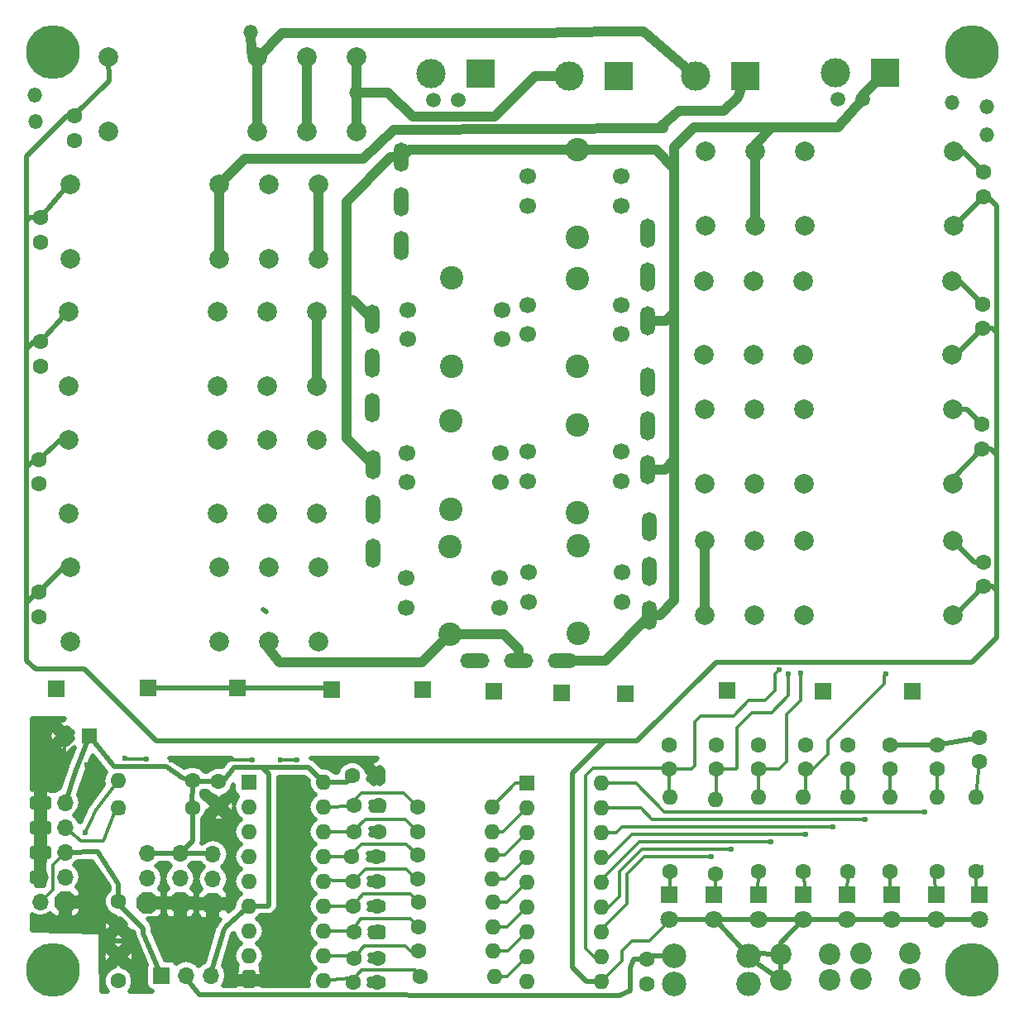
<source format=gbr>
G04 #@! TF.FileFunction,Copper,L2,Bot,Signal*
%FSLAX46Y46*%
G04 Gerber Fmt 4.6, Leading zero omitted, Abs format (unit mm)*
G04 Created by KiCad (PCBNEW 4.0.7) date 03/27/19 22:33:49*
%MOMM*%
%LPD*%
G01*
G04 APERTURE LIST*
%ADD10C,0.100000*%
%ADD11R,1.700000X1.700000*%
%ADD12O,1.700000X1.700000*%
%ADD13C,1.500000*%
%ADD14R,3.000000X3.000000*%
%ADD15C,3.000000*%
%ADD16R,1.600000X1.600000*%
%ADD17O,1.600000X1.600000*%
%ADD18C,2.500000*%
%ADD19O,2.500000X2.500000*%
%ADD20R,1.800000X1.800000*%
%ADD21C,1.800000*%
%ADD22C,1.600000*%
%ADD23C,5.500000*%
%ADD24O,1.500000X3.000000*%
%ADD25O,3.000000X1.500000*%
%ADD26C,2.200000*%
%ADD27C,2.000000*%
%ADD28C,1.700000*%
%ADD29C,2.400000*%
%ADD30O,1.500000X1.500000*%
%ADD31C,0.600000*%
%ADD32C,0.500000*%
%ADD33C,0.350000*%
%ADD34C,1.000000*%
G04 APERTURE END LIST*
D10*
D11*
X54203600Y-140035280D03*
D12*
X51663600Y-140035280D03*
X54203600Y-137495280D03*
X51663600Y-137495280D03*
X54203600Y-134955280D03*
X51663600Y-134955280D03*
X54203600Y-132415280D03*
X51663600Y-132415280D03*
X54203600Y-129875280D03*
X51663600Y-129875280D03*
D13*
X135890000Y-57846000D03*
X133350000Y-57846000D03*
D14*
X138176000Y-55118000D03*
D15*
X133096000Y-55118000D03*
D16*
X73025000Y-127762000D03*
D17*
X80645000Y-148082000D03*
X73025000Y-130302000D03*
X80645000Y-145542000D03*
X73025000Y-132842000D03*
X80645000Y-143002000D03*
X73025000Y-135382000D03*
X80645000Y-140462000D03*
X73025000Y-137922000D03*
X80645000Y-137922000D03*
X73025000Y-140462000D03*
X80645000Y-135382000D03*
X73025000Y-143002000D03*
X80645000Y-132842000D03*
X73025000Y-145542000D03*
X80645000Y-130302000D03*
X73025000Y-148082000D03*
X80645000Y-127762000D03*
D18*
X116586000Y-145542000D03*
D19*
X124206000Y-145542000D03*
D20*
X138811000Y-139319000D03*
D21*
X138811000Y-141859000D03*
D22*
X67259200Y-127609600D03*
D17*
X59639200Y-127609600D03*
D20*
X125222000Y-139319000D03*
D21*
X125222000Y-141859000D03*
D22*
X143510000Y-136906000D03*
D17*
X143510000Y-129286000D03*
D20*
X120650000Y-139319000D03*
D21*
X120650000Y-141859000D03*
D16*
X101473000Y-127889000D03*
D17*
X109093000Y-148209000D03*
X101473000Y-130429000D03*
X109093000Y-145669000D03*
X101473000Y-132969000D03*
X109093000Y-143129000D03*
X101473000Y-135509000D03*
X109093000Y-140589000D03*
X101473000Y-138049000D03*
X109093000Y-138049000D03*
X101473000Y-140589000D03*
X109093000Y-135509000D03*
X101473000Y-143129000D03*
X109093000Y-132969000D03*
X101473000Y-145669000D03*
X109093000Y-130429000D03*
X101473000Y-148209000D03*
X109093000Y-127889000D03*
D22*
X116078000Y-123952000D03*
X116078000Y-126452000D03*
X120904000Y-123952000D03*
X120904000Y-126452000D03*
X125222000Y-123952000D03*
X125222000Y-126452000D03*
X130048000Y-123952000D03*
X130048000Y-126452000D03*
X134366000Y-123952000D03*
X134366000Y-126452000D03*
X138684000Y-123952000D03*
X138684000Y-126452000D03*
X143510000Y-123952000D03*
X143510000Y-126452000D03*
X147828000Y-123190000D03*
X147828000Y-125690000D03*
X69926200Y-130225800D03*
X69926200Y-127725800D03*
D11*
X69342000Y-140258800D03*
D12*
X69342000Y-137718800D03*
X69342000Y-135178800D03*
D11*
X65963800Y-140182600D03*
D12*
X65963800Y-137642600D03*
X65963800Y-135102600D03*
D11*
X62611000Y-140182600D03*
D12*
X62611000Y-137642600D03*
X62611000Y-135102600D03*
D22*
X67259200Y-130378200D03*
D17*
X59639200Y-130378200D03*
D23*
X53000000Y-53000000D03*
X53000000Y-147000000D03*
X147002500Y-147002500D03*
D20*
X129794000Y-139319000D03*
D21*
X129794000Y-141859000D03*
D20*
X134239000Y-139319000D03*
D21*
X134239000Y-141859000D03*
D20*
X143383000Y-139319000D03*
D21*
X143383000Y-141859000D03*
D20*
X147828000Y-139319000D03*
D21*
X147828000Y-141859000D03*
D22*
X116141500Y-136969500D03*
D17*
X116141500Y-129349500D03*
D22*
X120777000Y-137160000D03*
D17*
X120777000Y-129540000D03*
D22*
X125222000Y-136906000D03*
D17*
X125222000Y-129286000D03*
D22*
X129794000Y-136906000D03*
D17*
X129794000Y-129286000D03*
D22*
X134366000Y-136906000D03*
D17*
X134366000Y-129286000D03*
D22*
X138684000Y-136906000D03*
D17*
X138684000Y-129286000D03*
D22*
X147447000Y-136906000D03*
D17*
X147447000Y-129286000D03*
D22*
X86106000Y-127152400D03*
X83606000Y-127152400D03*
D24*
X88646000Y-68326000D03*
X88646000Y-63826000D03*
X88646000Y-72826000D03*
X85661500Y-84899500D03*
X85661500Y-80399500D03*
X85661500Y-89399500D03*
X85725000Y-99822000D03*
X85725000Y-95322000D03*
X85725000Y-104322000D03*
X114046000Y-106172000D03*
X114046000Y-110672000D03*
X114046000Y-101672000D03*
X113880000Y-91310000D03*
X113880000Y-95810000D03*
X113880000Y-86810000D03*
X113875000Y-76050000D03*
X113875000Y-80550000D03*
X113875000Y-71550000D03*
D25*
X100647500Y-115316000D03*
X105147500Y-115316000D03*
X96147500Y-115316000D03*
D11*
X140970000Y-118491000D03*
X111569500Y-118745000D03*
X90805000Y-118300500D03*
X98107500Y-118491000D03*
X53340000Y-118237000D03*
X81470500Y-118300500D03*
X105029000Y-118681500D03*
X62674500Y-118173500D03*
X71818500Y-118173500D03*
X121983500Y-118364000D03*
X131826000Y-118491000D03*
D22*
X90297000Y-130302000D03*
D17*
X97917000Y-130302000D03*
D22*
X90297000Y-132842000D03*
D17*
X97917000Y-132842000D03*
D22*
X90297000Y-135255000D03*
D17*
X97917000Y-135255000D03*
D22*
X90297000Y-137668000D03*
D17*
X97917000Y-137668000D03*
D22*
X90424000Y-140081000D03*
D17*
X98044000Y-140081000D03*
D22*
X90424000Y-142621000D03*
D17*
X98044000Y-142621000D03*
D22*
X90424000Y-145034000D03*
D17*
X98044000Y-145034000D03*
D22*
X90551000Y-147701000D03*
D17*
X98171000Y-147701000D03*
D20*
X116078000Y-139319000D03*
D21*
X116078000Y-141859000D03*
D22*
X83820000Y-130175000D03*
X86320000Y-130175000D03*
X83820000Y-132842000D03*
X86320000Y-132842000D03*
X83566000Y-135382000D03*
X86066000Y-135382000D03*
X83693000Y-137922000D03*
X86193000Y-137922000D03*
X83693000Y-140525500D03*
X86193000Y-140525500D03*
X83756500Y-143129000D03*
X86256500Y-143129000D03*
X83756500Y-145796000D03*
X86256500Y-145796000D03*
X83693000Y-148272500D03*
X86193000Y-148272500D03*
D18*
X116586000Y-148463000D03*
D19*
X124206000Y-148463000D03*
D22*
X59664600Y-148132800D03*
X59664600Y-145632800D03*
X59690000Y-142494000D03*
X59690000Y-139994000D03*
X55181500Y-59563000D03*
X55181500Y-62063000D03*
X51689000Y-82677000D03*
X51689000Y-85177000D03*
X51562000Y-94742000D03*
X51562000Y-97242000D03*
X51562000Y-108331000D03*
X51562000Y-110831000D03*
X51689000Y-69977000D03*
X51689000Y-72477000D03*
X148209000Y-107759500D03*
X148209000Y-105259500D03*
X148082000Y-93662500D03*
X148082000Y-91162500D03*
X148145500Y-81343500D03*
X148145500Y-78843500D03*
X148209000Y-67818000D03*
X148209000Y-65318000D03*
D16*
X56657240Y-123027440D03*
D22*
X54157240Y-123027440D03*
D26*
X127508000Y-148005800D03*
X132508000Y-148005800D03*
X140665200Y-147980400D03*
X135665200Y-147980400D03*
D11*
X64068960Y-147579080D03*
D12*
X66608960Y-147579080D03*
X69148960Y-147579080D03*
D22*
X113792000Y-148437600D03*
X113792000Y-145937600D03*
D26*
X127467360Y-145409920D03*
X132467360Y-145409920D03*
X140655040Y-145348960D03*
X135655040Y-145348960D03*
D23*
X147000000Y-53000000D03*
D27*
X145125000Y-70800000D03*
X129885000Y-70800000D03*
X119725000Y-70800000D03*
X124805000Y-70800000D03*
X145125000Y-63200000D03*
X124805000Y-63200000D03*
X129885000Y-63200000D03*
X119725000Y-63200000D03*
X145000000Y-84050000D03*
X129760000Y-84050000D03*
X119600000Y-84050000D03*
X124680000Y-84050000D03*
X145000000Y-76450000D03*
X124680000Y-76450000D03*
X129760000Y-76450000D03*
X119600000Y-76450000D03*
X145050000Y-97225000D03*
X129810000Y-97225000D03*
X119650000Y-97225000D03*
X124730000Y-97225000D03*
X145050000Y-89625000D03*
X124730000Y-89625000D03*
X129810000Y-89625000D03*
X119650000Y-89625000D03*
X145050000Y-110650000D03*
X129810000Y-110650000D03*
X119650000Y-110650000D03*
X124730000Y-110650000D03*
X145050000Y-103050000D03*
X124730000Y-103050000D03*
X129810000Y-103050000D03*
X119650000Y-103050000D03*
X54706500Y-105801000D03*
X69946500Y-105801000D03*
X80106500Y-105801000D03*
X75026500Y-105801000D03*
X54706500Y-113401000D03*
X75026500Y-113401000D03*
X69946500Y-113401000D03*
X80106500Y-113401000D03*
X54597280Y-92704760D03*
X69837280Y-92704760D03*
X79997280Y-92704760D03*
X74917280Y-92704760D03*
X54597280Y-100304760D03*
X74917280Y-100304760D03*
X69837280Y-100304760D03*
X79997280Y-100304760D03*
X54597280Y-79628840D03*
X69837280Y-79628840D03*
X79997280Y-79628840D03*
X74917280Y-79628840D03*
X54597280Y-87228840D03*
X74917280Y-87228840D03*
X69837280Y-87228840D03*
X79997280Y-87228840D03*
X54764920Y-66608800D03*
X70004920Y-66608800D03*
X80164920Y-66608800D03*
X75084920Y-66608800D03*
X54764920Y-74208800D03*
X75084920Y-74208800D03*
X70004920Y-74208800D03*
X80164920Y-74208800D03*
X58676520Y-53532880D03*
X73916520Y-53532880D03*
X84076520Y-53532880D03*
X78996520Y-53532880D03*
X58676520Y-61132880D03*
X78996520Y-61132880D03*
X73916520Y-61132880D03*
X84076520Y-61132880D03*
D28*
X89208000Y-94079000D03*
X89208000Y-97079000D03*
X98811000Y-94079000D03*
X98811000Y-97079000D03*
D29*
X93700000Y-90825000D03*
X93700000Y-99825000D03*
D28*
X89107000Y-106902500D03*
X89107000Y-109902500D03*
X98710000Y-106902500D03*
X98710000Y-109902500D03*
D29*
X93599000Y-103648500D03*
X93599000Y-112648500D03*
D28*
X111235500Y-109315000D03*
X111235500Y-106315000D03*
X101632500Y-109315000D03*
X101632500Y-106315000D03*
D29*
X106743500Y-112569000D03*
X106743500Y-103569000D03*
D28*
X111167000Y-96946000D03*
X111167000Y-93946000D03*
X101564000Y-96946000D03*
X101564000Y-93946000D03*
D29*
X106675000Y-100200000D03*
X106675000Y-91200000D03*
D28*
X111167000Y-68771000D03*
X111167000Y-65771000D03*
X101564000Y-68771000D03*
X101564000Y-65771000D03*
D29*
X106675000Y-72025000D03*
X106675000Y-63025000D03*
D28*
X111167000Y-81946000D03*
X111167000Y-78946000D03*
X101564000Y-81946000D03*
X101564000Y-78946000D03*
D29*
X106675000Y-85200000D03*
X106675000Y-76200000D03*
D28*
X89308000Y-79429000D03*
X89308000Y-82429000D03*
X98911000Y-79429000D03*
X98911000Y-82429000D03*
D29*
X93800000Y-76175000D03*
X93800000Y-85175000D03*
D30*
X73190100Y-50965100D03*
X145034000Y-58166000D03*
X148590000Y-58582560D03*
X148549360Y-61488320D03*
X51142900Y-57416700D03*
X51206400Y-60185300D03*
X84074000Y-57150000D03*
D13*
X94488000Y-57973000D03*
X91948000Y-57973000D03*
D14*
X96774000Y-55245000D03*
D15*
X91694000Y-55245000D03*
D14*
X110871000Y-55499000D03*
D15*
X105791000Y-55499000D03*
D14*
X123825000Y-55499000D03*
D15*
X118745000Y-55499000D03*
D31*
X76454000Y-147637500D03*
X76136500Y-146304000D03*
X76073000Y-144145000D03*
X76136500Y-141478000D03*
X76581000Y-139001500D03*
X76771500Y-137477500D03*
X76644500Y-135128000D03*
X76962000Y-132588000D03*
X76708000Y-129984500D03*
X76771500Y-127635000D03*
X77914500Y-125476000D03*
X76263500Y-125476000D03*
X73406000Y-125476000D03*
X70485000Y-125476000D03*
X67246500Y-125539500D03*
X65087500Y-125476000D03*
X62547500Y-125412500D03*
X60325000Y-125349000D03*
X57848500Y-126174500D03*
X56451500Y-125984000D03*
X54610000Y-125222000D03*
X58039000Y-144907000D03*
X57975500Y-143700500D03*
X56959500Y-142748000D03*
X55181500Y-142303500D03*
X51689000Y-128143000D03*
X51752500Y-126555500D03*
X51752500Y-124650500D03*
X51879500Y-123190000D03*
X127317500Y-116268500D03*
X128270000Y-116713000D03*
X120396000Y-135382000D03*
X129476500Y-116649500D03*
X122428000Y-134620000D03*
X138239500Y-116713000D03*
X126492000Y-133858000D03*
X130048000Y-133096000D03*
X132842000Y-132334000D03*
X136144000Y-131572000D03*
X142240000Y-130810000D03*
X56261000Y-132918200D03*
D32*
X74461600Y-110083600D02*
X74772000Y-110394000D01*
D33*
X74461600Y-110083600D02*
X74772000Y-110394000D01*
D34*
X78996520Y-53532880D02*
X78996520Y-61132880D01*
X75026500Y-113401000D02*
X75026500Y-114202500D01*
X75026500Y-114202500D02*
X76200000Y-115506500D01*
X76200000Y-115506500D02*
X90741000Y-115506500D01*
X90741000Y-115506500D02*
X93599000Y-112648500D01*
X93599000Y-112648500D02*
X99123000Y-112648500D01*
X100647500Y-114173000D02*
X100647500Y-115316000D01*
X99123000Y-112648500D02*
X100647500Y-114173000D01*
X119650000Y-103050000D02*
X119650000Y-110650000D01*
X79997280Y-79628840D02*
X79997280Y-87228840D01*
X80164920Y-66608800D02*
X80164920Y-66386300D01*
X80164920Y-66608800D02*
X80164920Y-74208800D01*
X115316003Y-60833631D02*
X115316003Y-60578997D01*
X123063000Y-57658000D02*
X123825000Y-55499000D01*
X121666000Y-59055000D02*
X123063000Y-57658000D01*
X117094000Y-59055000D02*
X121666000Y-59055000D01*
X115316003Y-60578997D02*
X117094000Y-59055000D01*
X115443000Y-60833000D02*
X115316003Y-60833631D01*
X115316003Y-60833631D02*
X87882613Y-60969962D01*
X70004920Y-66608800D02*
X70004920Y-74208800D01*
X72631120Y-63982600D02*
X70004920Y-66608800D01*
X84709000Y-63982600D02*
X72631120Y-63982600D01*
X87882613Y-60969962D02*
X84709000Y-63982600D01*
X123190000Y-55118000D02*
X123190000Y-55560000D01*
D33*
X76454000Y-146621500D02*
X76454000Y-147637500D01*
X76136500Y-146304000D02*
X76454000Y-146621500D01*
X76073000Y-141541500D02*
X76073000Y-144145000D01*
X76136500Y-141478000D02*
X76073000Y-141541500D01*
X76581000Y-137668000D02*
X76581000Y-139001500D01*
X76771500Y-137477500D02*
X76581000Y-137668000D01*
X76644500Y-132905500D02*
X76644500Y-135128000D01*
X76962000Y-132588000D02*
X76644500Y-132905500D01*
X76708000Y-127698500D02*
X76708000Y-129984500D01*
X76771500Y-127635000D02*
X76708000Y-127698500D01*
X54157240Y-123027440D02*
X54157240Y-124769240D01*
X76263500Y-125476000D02*
X77914500Y-125476000D01*
X70485000Y-125476000D02*
X73406000Y-125476000D01*
X65151000Y-125539500D02*
X67246500Y-125539500D01*
X65087500Y-125476000D02*
X65151000Y-125539500D01*
X60388500Y-125412500D02*
X62547500Y-125412500D01*
X60325000Y-125349000D02*
X60388500Y-125412500D01*
X56642000Y-126174500D02*
X57848500Y-126174500D01*
X56451500Y-125984000D02*
X56642000Y-126174500D01*
X54157240Y-124769240D02*
X54610000Y-125222000D01*
X58039000Y-143764000D02*
X58039000Y-144907000D01*
X57975500Y-143700500D02*
X58039000Y-143764000D01*
X55626000Y-142748000D02*
X56959500Y-142748000D01*
X55181500Y-142303500D02*
X55626000Y-142748000D01*
X51689000Y-126619000D02*
X51689000Y-128143000D01*
X51752500Y-126555500D02*
X51689000Y-126619000D01*
X51752500Y-123317000D02*
X51752500Y-124650500D01*
X51879500Y-123190000D02*
X51752500Y-123317000D01*
X116078000Y-126452000D02*
X118324000Y-126452000D01*
X126873000Y-116713000D02*
X127317500Y-116268500D01*
X126873000Y-118427500D02*
X126873000Y-116713000D01*
X125857000Y-119443500D02*
X126873000Y-118427500D01*
X124206000Y-119443500D02*
X125857000Y-119443500D01*
X122618500Y-121031000D02*
X124206000Y-119443500D01*
X119253000Y-121031000D02*
X122618500Y-121031000D01*
X118681500Y-121602500D02*
X119253000Y-121031000D01*
X118681500Y-126094500D02*
X118681500Y-121602500D01*
X118324000Y-126452000D02*
X118681500Y-126094500D01*
D32*
X145125000Y-63200000D02*
X146091000Y-63200000D01*
X146091000Y-63200000D02*
X148209000Y-65318000D01*
D33*
X109093000Y-145669000D02*
X108369100Y-145669000D01*
X108369100Y-145669000D02*
X107480100Y-144780000D01*
X108242100Y-126377700D02*
X116003700Y-126377700D01*
X107480100Y-127139700D02*
X108242100Y-126377700D01*
X107480100Y-144780000D02*
X107480100Y-127139700D01*
X116003700Y-126377700D02*
X116078000Y-126452000D01*
X116078000Y-126452000D02*
X116078000Y-129286000D01*
X116078000Y-129286000D02*
X116141500Y-129349500D01*
X120904000Y-126452000D02*
X122896000Y-126452000D01*
X128270000Y-118935500D02*
X128270000Y-116713000D01*
X126555500Y-120650000D02*
X128270000Y-118935500D01*
X124523500Y-120650000D02*
X126555500Y-120650000D01*
X122999500Y-122174000D02*
X124523500Y-120650000D01*
X122999500Y-126348500D02*
X122999500Y-122174000D01*
X122896000Y-126452000D02*
X122999500Y-126348500D01*
D32*
X145000000Y-76450000D02*
X145752000Y-76450000D01*
X145752000Y-76450000D02*
X148145500Y-78843500D01*
D33*
X109093000Y-143129000D02*
X109093000Y-142875000D01*
X109093000Y-142875000D02*
X111760000Y-140208000D01*
X111760000Y-140208000D02*
X111760000Y-137160000D01*
X111760000Y-137160000D02*
X113538000Y-135382000D01*
X113538000Y-135382000D02*
X120396000Y-135382000D01*
X120904000Y-126452000D02*
X120904000Y-129413000D01*
X120904000Y-129413000D02*
X120777000Y-129540000D01*
X125222000Y-126452000D02*
X127294000Y-126452000D01*
X129476500Y-119443500D02*
X129476500Y-116649500D01*
X128079500Y-120840500D02*
X129476500Y-119443500D01*
X128079500Y-125666500D02*
X128079500Y-120840500D01*
X127294000Y-126452000D02*
X128079500Y-125666500D01*
D32*
X145050000Y-89625000D02*
X146544500Y-89625000D01*
X146544500Y-89625000D02*
X148082000Y-91162500D01*
D33*
X109093000Y-140589000D02*
X109855000Y-140589000D01*
X109855000Y-140589000D02*
X110998000Y-139446000D01*
X113284000Y-134620000D02*
X122428000Y-134620000D01*
X110998000Y-136906000D02*
X113284000Y-134620000D01*
X110998000Y-139446000D02*
X110998000Y-136906000D01*
X125222000Y-126452000D02*
X125222000Y-129286000D01*
X109093000Y-140589000D02*
X109093000Y-140081000D01*
X130048000Y-126452000D02*
X130786500Y-126452000D01*
X130786500Y-126452000D02*
X132334000Y-124904500D01*
X138049000Y-116903500D02*
X138239500Y-116713000D01*
X138049000Y-117729000D02*
X138049000Y-116903500D01*
X132334000Y-123444000D02*
X138049000Y-117729000D01*
X132334000Y-124904500D02*
X132334000Y-123444000D01*
D32*
X148209000Y-105259500D02*
X147259500Y-105259500D01*
X147259500Y-105259500D02*
X145050000Y-103050000D01*
D33*
X109093000Y-138049000D02*
X109093000Y-137795000D01*
X109093000Y-137795000D02*
X113030000Y-133858000D01*
X113030000Y-133858000D02*
X126492000Y-133858000D01*
X130048000Y-126452000D02*
X130048000Y-129032000D01*
X130048000Y-129032000D02*
X129794000Y-129286000D01*
X109093000Y-135509000D02*
X109855000Y-135509000D01*
X109855000Y-135509000D02*
X112268000Y-133096000D01*
X112268000Y-133096000D02*
X130048000Y-133096000D01*
X134366000Y-126452000D02*
X134366000Y-129286000D01*
X133858000Y-128778000D02*
X134366000Y-129286000D01*
X109093000Y-132969000D02*
X110617000Y-132969000D01*
X111252000Y-132334000D02*
X132842000Y-132334000D01*
X110617000Y-132969000D02*
X111252000Y-132334000D01*
X138684000Y-129286000D02*
X138684000Y-126452000D01*
X109093000Y-130429000D02*
X113157000Y-130429000D01*
X114300000Y-131572000D02*
X136144000Y-131572000D01*
X113157000Y-130429000D02*
X114300000Y-131572000D01*
X143510000Y-126452000D02*
X143510000Y-129286000D01*
X109093000Y-127889000D02*
X112649000Y-127889000D01*
X115570000Y-130810000D02*
X142240000Y-130810000D01*
X112649000Y-127889000D02*
X115570000Y-130810000D01*
X147828000Y-125690000D02*
X147447000Y-129286000D01*
X54203600Y-129875280D02*
X54020720Y-129875280D01*
D32*
X73025000Y-140462000D02*
X74955400Y-140462000D01*
X75046840Y-126959360D02*
X74350880Y-126263400D01*
X75046840Y-140370560D02*
X75046840Y-126959360D01*
X74955400Y-140462000D02*
X75046840Y-140370560D01*
X69148960Y-147579080D02*
X69047360Y-147579080D01*
X69047360Y-147579080D02*
X70469760Y-142890240D01*
X70469760Y-142890240D02*
X70774560Y-142565120D01*
X70774560Y-142565120D02*
X73025000Y-140462000D01*
X65963800Y-135102600D02*
X62611000Y-135102600D01*
X65963800Y-135102600D02*
X69265800Y-135102600D01*
X69265800Y-135102600D02*
X69342000Y-135178800D01*
X67259200Y-130378200D02*
X67259200Y-133807200D01*
X67259200Y-133807200D02*
X65963800Y-135102600D01*
X67259200Y-127609600D02*
X66294000Y-127355600D01*
X59220100Y-126225300D02*
X56657240Y-123027440D01*
X64528700Y-126225300D02*
X59220100Y-126225300D01*
X66294000Y-127355600D02*
X64528700Y-126225300D01*
X69926200Y-127725800D02*
X70445000Y-127725800D01*
X70445000Y-127725800D02*
X71501000Y-126263400D01*
X71501000Y-126263400D02*
X74350880Y-126263400D01*
X79146400Y-126263400D02*
X80645000Y-127762000D01*
X74350880Y-126263400D02*
X79146400Y-126263400D01*
X67259200Y-127609600D02*
X67208400Y-130327400D01*
X67208400Y-130327400D02*
X67259200Y-130378200D01*
X67259200Y-127609600D02*
X69864600Y-127787400D01*
X69864600Y-127787400D02*
X69926200Y-127725800D01*
X80645000Y-127762000D02*
X82996400Y-127762000D01*
X82996400Y-127762000D02*
X83606000Y-127152400D01*
X54203600Y-129875280D02*
X55372000Y-126492000D01*
X55372000Y-126492000D02*
X56769000Y-122875040D01*
D34*
X56769000Y-122875040D02*
X56769000Y-123129040D01*
D33*
X72390000Y-135382000D02*
X73025000Y-135382000D01*
X72898000Y-132842000D02*
X73025000Y-132842000D01*
D34*
X116586000Y-65659000D02*
X116586000Y-62738000D01*
X116586000Y-62738000D02*
X118554500Y-60769500D01*
X114439700Y-63025000D02*
X114663200Y-63025000D01*
X114663200Y-63025000D02*
X116586000Y-64947800D01*
X106675000Y-63025000D02*
X107345500Y-63025000D01*
X118554500Y-60769500D02*
X126568200Y-60769500D01*
X106675000Y-63025000D02*
X114439700Y-63025000D01*
X135890000Y-57846000D02*
X135890000Y-57404000D01*
X135890000Y-57404000D02*
X138176000Y-55118000D01*
X133350000Y-60706000D02*
X135890000Y-57846000D01*
X124805000Y-63200000D02*
X124805000Y-62532700D01*
X124805000Y-62532700D02*
X126568200Y-60769500D01*
X126568200Y-60769500D02*
X133350000Y-60706000D01*
X82994500Y-78422500D02*
X83684500Y-78422500D01*
X83684500Y-78422500D02*
X85661500Y-80399500D01*
X88646000Y-63826000D02*
X87494500Y-63826000D01*
X82994500Y-92591500D02*
X85725000Y-95322000D01*
X82994500Y-68326000D02*
X82994500Y-78422500D01*
X82994500Y-78422500D02*
X82994500Y-92591500D01*
X87494500Y-63826000D02*
X82994500Y-68326000D01*
X106675000Y-63025000D02*
X89447000Y-63025000D01*
X89447000Y-63025000D02*
X88646000Y-63826000D01*
X114046000Y-110672000D02*
X114046000Y-110807500D01*
X114046000Y-110807500D02*
X109537500Y-115316000D01*
X109537500Y-115316000D02*
X105147500Y-115316000D01*
X113880000Y-95810000D02*
X115581500Y-95810000D01*
X115581500Y-95810000D02*
X116586000Y-94805500D01*
X114046000Y-110672000D02*
X115070500Y-110672000D01*
X116586000Y-109156500D02*
X116586000Y-94805500D01*
X116586000Y-94805500D02*
X116586000Y-79692500D01*
X115070500Y-110672000D02*
X116586000Y-109156500D01*
X113875000Y-80550000D02*
X115728500Y-80550000D01*
X116586000Y-79692500D02*
X116586000Y-65659000D01*
X116586000Y-65659000D02*
X116586000Y-64947800D01*
X115728500Y-80550000D02*
X116586000Y-79692500D01*
X124805000Y-63200000D02*
X124805000Y-70800000D01*
X84074000Y-57150000D02*
X87249000Y-57150000D01*
X102362000Y-55499000D02*
X105791000Y-55499000D01*
X98171000Y-59626500D02*
X102362000Y-55499000D01*
X89789000Y-59626500D02*
X98171000Y-59626500D01*
X87249000Y-57150000D02*
X89789000Y-59626500D01*
X84074000Y-57150000D02*
X84074000Y-53535400D01*
X84074000Y-53535400D02*
X84076520Y-53532880D01*
X84076520Y-61132880D02*
X84076520Y-57152520D01*
X84076520Y-57152520D02*
X84074000Y-57150000D01*
X84076520Y-53532880D02*
X84076520Y-53545720D01*
D33*
X116141500Y-136969500D02*
X116141500Y-139255500D01*
X116141500Y-139255500D02*
X116078000Y-139319000D01*
X120777000Y-137160000D02*
X120777000Y-139192000D01*
X120777000Y-139192000D02*
X120650000Y-139319000D01*
X125222000Y-136906000D02*
X125095000Y-139192000D01*
X125095000Y-139192000D02*
X125222000Y-139319000D01*
X129794000Y-136906000D02*
X130048000Y-139065000D01*
X130048000Y-139065000D02*
X129794000Y-139319000D01*
X130144520Y-137256520D02*
X129794000Y-136906000D01*
X134239000Y-139319000D02*
X134366000Y-136906000D01*
X134879080Y-137419080D02*
X134366000Y-136906000D01*
X138684000Y-136906000D02*
X138684000Y-139192000D01*
X138684000Y-139192000D02*
X138811000Y-139319000D01*
X143383000Y-139319000D02*
X143129000Y-137287000D01*
X143129000Y-137287000D02*
X143510000Y-136906000D01*
X147447000Y-136906000D02*
X147447000Y-138938000D01*
X147447000Y-138938000D02*
X147828000Y-139319000D01*
X148463000Y-138684000D02*
X147828000Y-139319000D01*
X147929600Y-136601200D02*
X148082000Y-136448800D01*
D32*
X71818500Y-118173500D02*
X81343500Y-118173500D01*
X81343500Y-118173500D02*
X81470500Y-118300500D01*
X62674500Y-118173500D02*
X71818500Y-118173500D01*
X104838500Y-118491000D02*
X105029000Y-118681500D01*
X97917000Y-118300500D02*
X98107500Y-118491000D01*
X81343500Y-118173500D02*
X81470500Y-118300500D01*
X62611000Y-118237000D02*
X62674500Y-118173500D01*
X143510000Y-123952000D02*
X147828000Y-123190000D01*
X143510000Y-123952000D02*
X138684000Y-123952000D01*
X55181500Y-59563000D02*
X54406800Y-59563000D01*
X54406800Y-59563000D02*
X50292000Y-63677800D01*
X54764920Y-66608800D02*
X54605920Y-66608800D01*
X58676520Y-53532880D02*
X58707000Y-55974000D01*
X148209000Y-107759500D02*
X149161500Y-107759500D01*
X149161500Y-107759500D02*
X149606000Y-108204000D01*
X148082000Y-93662500D02*
X148971000Y-93662500D01*
X148971000Y-93662500D02*
X149606000Y-94297500D01*
X148145500Y-81343500D02*
X149161500Y-81343500D01*
X149161500Y-81343500D02*
X149606000Y-81788000D01*
X54605920Y-66608800D02*
X51689000Y-69977000D01*
X54597280Y-79628840D02*
X54463280Y-79628840D01*
X54463280Y-79628840D02*
X51689000Y-82677000D01*
X54597280Y-92704760D02*
X53751280Y-92704760D01*
X53751280Y-92704760D02*
X51562000Y-94742000D01*
X54706500Y-105801000D02*
X54092000Y-105801000D01*
X54092000Y-105801000D02*
X51562000Y-108331000D01*
X51562000Y-108331000D02*
X51371500Y-108331000D01*
X51371500Y-108331000D02*
X50292000Y-109410500D01*
X51562000Y-94742000D02*
X51117500Y-94742000D01*
X51117500Y-94742000D02*
X50292000Y-95567500D01*
X51689000Y-82677000D02*
X51054000Y-82677000D01*
X51054000Y-82677000D02*
X50292000Y-83439000D01*
X51689000Y-69977000D02*
X50609500Y-69977000D01*
X50609500Y-69977000D02*
X50292000Y-70294500D01*
X58707000Y-55974000D02*
X55181500Y-59499500D01*
X55181500Y-59499500D02*
X55181500Y-59563000D01*
X109855000Y-123571000D02*
X63563500Y-123571000D01*
X50292000Y-115316000D02*
X50292000Y-109410500D01*
X50292000Y-109410500D02*
X50292000Y-95567500D01*
X50292000Y-95567500D02*
X50292000Y-83439000D01*
X50292000Y-83439000D02*
X50292000Y-70294500D01*
X50292000Y-70294500D02*
X50292000Y-63677800D01*
X51181000Y-116205000D02*
X50292000Y-115316000D01*
X56197500Y-116205000D02*
X51181000Y-116205000D01*
X63563500Y-123571000D02*
X56197500Y-116205000D01*
X145050000Y-110650000D02*
X145318500Y-110650000D01*
X145318500Y-110650000D02*
X148209000Y-107759500D01*
X145050000Y-97225000D02*
X145050000Y-96694500D01*
X145050000Y-96694500D02*
X148082000Y-93662500D01*
X145000000Y-84050000D02*
X145439000Y-84050000D01*
X145439000Y-84050000D02*
X148145500Y-81343500D01*
X145125000Y-70800000D02*
X145227000Y-70800000D01*
X145227000Y-70800000D02*
X148209000Y-67818000D01*
X149606000Y-112522000D02*
X149606000Y-108204000D01*
X149606000Y-108204000D02*
X149606000Y-94297500D01*
X149606000Y-94297500D02*
X149606000Y-81788000D01*
X149606000Y-81788000D02*
X149606000Y-68770500D01*
X149606000Y-68770500D02*
X148653500Y-67818000D01*
X148653500Y-67818000D02*
X148209000Y-67818000D01*
X109093000Y-148209000D02*
X107569000Y-148209000D01*
X149606000Y-112966500D02*
X149606000Y-112522000D01*
X149606000Y-112522000D02*
X149606000Y-112458500D01*
X147066000Y-115506500D02*
X149606000Y-112966500D01*
X120840500Y-115506500D02*
X147066000Y-115506500D01*
X112776000Y-123571000D02*
X120840500Y-115506500D01*
X109410500Y-123571000D02*
X109855000Y-123571000D01*
X109855000Y-123571000D02*
X112776000Y-123571000D01*
X106108500Y-126873000D02*
X109410500Y-123571000D01*
X106108500Y-146748500D02*
X106108500Y-126873000D01*
X107569000Y-148209000D02*
X106108500Y-146748500D01*
X127467360Y-145409920D02*
X127467360Y-144185640D01*
X127467360Y-144185640D02*
X129794000Y-141859000D01*
X127467360Y-145409920D02*
X127467360Y-147965160D01*
X127467360Y-147965160D02*
X127508000Y-148005800D01*
X127467360Y-145409920D02*
X124439680Y-145308320D01*
X124439680Y-145308320D02*
X124206000Y-145542000D01*
D33*
X116078000Y-141859000D02*
X116078000Y-141986000D01*
X116078000Y-141986000D02*
X114046000Y-144018000D01*
X111252000Y-146050000D02*
X109093000Y-148209000D01*
X111252000Y-145034000D02*
X111252000Y-146050000D01*
X112268000Y-144018000D02*
X111252000Y-145034000D01*
X114046000Y-144018000D02*
X112268000Y-144018000D01*
D32*
X124206000Y-145542000D02*
X123291600Y-145135600D01*
X123291600Y-145135600D02*
X127508000Y-148005800D01*
X124206000Y-145542000D02*
X121259600Y-142468600D01*
X121259600Y-142468600D02*
X120650000Y-141859000D01*
X147828000Y-141859000D02*
X143383000Y-141859000D01*
X143383000Y-141859000D02*
X138811000Y-141859000D01*
X134239000Y-141859000D02*
X138811000Y-141859000D01*
X129794000Y-141859000D02*
X134239000Y-141859000D01*
X125222000Y-141859000D02*
X129794000Y-141859000D01*
X120650000Y-141859000D02*
X125222000Y-141859000D01*
X116078000Y-141859000D02*
X120650000Y-141859000D01*
X109093000Y-148209000D02*
X109093000Y-147891500D01*
D33*
X83820000Y-130175000D02*
X83820000Y-129667000D01*
X83820000Y-129667000D02*
X84582000Y-128905000D01*
X88900000Y-128905000D02*
X90297000Y-130302000D01*
X84582000Y-128905000D02*
X88900000Y-128905000D01*
X83820000Y-130175000D02*
X80772000Y-130429000D01*
X80772000Y-130429000D02*
X80645000Y-130302000D01*
X101473000Y-127889000D02*
X100330000Y-127889000D01*
X100330000Y-127889000D02*
X97917000Y-130302000D01*
X83820000Y-132842000D02*
X83820000Y-132715000D01*
X83820000Y-132715000D02*
X84963000Y-131572000D01*
X89027000Y-131572000D02*
X90297000Y-132842000D01*
X84963000Y-131572000D02*
X89027000Y-131572000D01*
X80645000Y-132842000D02*
X83820000Y-132842000D01*
X97917000Y-132842000D02*
X99060000Y-132842000D01*
X99060000Y-132842000D02*
X101473000Y-130429000D01*
X83566000Y-135382000D02*
X83566000Y-135128000D01*
X83566000Y-135128000D02*
X84582000Y-134112000D01*
X89154000Y-134112000D02*
X90297000Y-135255000D01*
X84582000Y-134112000D02*
X89154000Y-134112000D01*
X83566000Y-135382000D02*
X80645000Y-135382000D01*
X97917000Y-135255000D02*
X99187000Y-135255000D01*
X99187000Y-135255000D02*
X101473000Y-132969000D01*
X83693000Y-137922000D02*
X84963000Y-136652000D01*
X89154000Y-136652000D02*
X90170000Y-137668000D01*
X84963000Y-136652000D02*
X89154000Y-136652000D01*
X90170000Y-137668000D02*
X90297000Y-137668000D01*
X83693000Y-137922000D02*
X80772000Y-137795000D01*
X80772000Y-137795000D02*
X80645000Y-137922000D01*
X97917000Y-137668000D02*
X99314000Y-137668000D01*
X99314000Y-137668000D02*
X101473000Y-135509000D01*
X83693000Y-140525500D02*
X83693000Y-140398500D01*
X83693000Y-140398500D02*
X84709000Y-139192000D01*
X89535000Y-139192000D02*
X90424000Y-140081000D01*
X84709000Y-139192000D02*
X89535000Y-139192000D01*
X80645000Y-140462000D02*
X83693000Y-140525500D01*
X98044000Y-140081000D02*
X99441000Y-140081000D01*
X99441000Y-140081000D02*
X101473000Y-138049000D01*
X83756500Y-143129000D02*
X83756500Y-142748000D01*
X83756500Y-142748000D02*
X84455000Y-141732000D01*
X89535000Y-141732000D02*
X90424000Y-142621000D01*
X84455000Y-141732000D02*
X89535000Y-141732000D01*
X80645000Y-143002000D02*
X83629500Y-143002000D01*
X83629500Y-143002000D02*
X83756500Y-143129000D01*
X98044000Y-142621000D02*
X99441000Y-142621000D01*
X99441000Y-142621000D02*
X101473000Y-140589000D01*
X83756500Y-145796000D02*
X84836000Y-144526000D01*
X89535000Y-145034000D02*
X90424000Y-145034000D01*
X89027000Y-144526000D02*
X89535000Y-145034000D01*
X84836000Y-144526000D02*
X89027000Y-144526000D01*
X80645000Y-145542000D02*
X83502500Y-145542000D01*
X83502500Y-145542000D02*
X83756500Y-145796000D01*
X98044000Y-145034000D02*
X99568000Y-145034000D01*
X99568000Y-145034000D02*
X101473000Y-143129000D01*
X83693000Y-148272500D02*
X83693000Y-148018500D01*
X83693000Y-148018500D02*
X84582000Y-147002500D01*
X84582000Y-147002500D02*
X90043000Y-147002500D01*
X90043000Y-147002500D02*
X90551000Y-147701000D01*
X80645000Y-148082000D02*
X83312000Y-147891500D01*
X83312000Y-147891500D02*
X83693000Y-148272500D01*
X98171000Y-147701000D02*
X99441000Y-147701000D01*
X99441000Y-147701000D02*
X101473000Y-145669000D01*
X54203600Y-134955280D02*
X54203600Y-135026400D01*
X54203600Y-135026400D02*
X52933600Y-136296400D01*
X52933600Y-138765280D02*
X51663600Y-140035280D01*
X52933600Y-136296400D02*
X52933600Y-138765280D01*
D32*
X59690000Y-139994000D02*
X59690000Y-140208000D01*
X59690000Y-140208000D02*
X62230000Y-142748000D01*
X62230000Y-143256000D02*
X64068960Y-147579080D01*
X62230000Y-142748000D02*
X62230000Y-143256000D01*
X54203600Y-134955280D02*
X57500520Y-134904480D01*
X59690000Y-138176000D02*
X59690000Y-139994000D01*
X57500520Y-134904480D02*
X59690000Y-138176000D01*
D33*
X57302400Y-130784600D02*
X59639200Y-127609600D01*
X57099200Y-131191000D02*
X57302400Y-130784600D01*
X56261000Y-132918200D02*
X57099200Y-131191000D01*
X54203600Y-132415280D02*
X55803800Y-133807200D01*
X58089800Y-133832600D02*
X59283600Y-130733800D01*
X55803800Y-133807200D02*
X58089800Y-133832600D01*
X59283600Y-130733800D02*
X59639200Y-130378200D01*
X60147200Y-130886200D02*
X59639200Y-130378200D01*
X54203600Y-132415280D02*
X54897020Y-132415280D01*
D32*
X116586000Y-145542000D02*
X114187600Y-145542000D01*
X114187600Y-145542000D02*
X113792000Y-145937600D01*
X113792000Y-145937600D02*
X112405800Y-145937600D01*
X112405800Y-145937600D02*
X112039400Y-146837400D01*
X66608960Y-147579080D02*
X66608960Y-147833080D01*
X66608960Y-147833080D02*
X67909440Y-149595840D01*
X67909440Y-149595840D02*
X110998000Y-149606000D01*
X110998000Y-149606000D02*
X112039400Y-149098000D01*
X112039400Y-149098000D02*
X112039400Y-146837400D01*
X116128800Y-145542000D02*
X116586000Y-145542000D01*
D34*
X110109000Y-50932080D02*
X113416080Y-50932080D01*
X113416080Y-50932080D02*
X118745000Y-55499000D01*
X76382880Y-51122580D02*
X74064020Y-53532880D01*
X102544880Y-51122580D02*
X76382880Y-51122580D01*
X110109000Y-50932080D02*
X102544880Y-51122580D01*
X73190100Y-50965100D02*
X73322180Y-53068080D01*
X73322180Y-53068080D02*
X73916520Y-53532880D01*
X73916520Y-53532880D02*
X73916520Y-61132880D01*
X74064020Y-53532880D02*
X73916520Y-53532880D01*
D32*
G36*
X58690000Y-138479753D02*
X58690000Y-138802136D01*
X58376740Y-139114849D01*
X58140270Y-139684333D01*
X58139732Y-140300961D01*
X58375208Y-140870857D01*
X58810849Y-141307260D01*
X59252218Y-141490532D01*
X59690000Y-141928315D01*
X59843051Y-141775264D01*
X60408736Y-142340949D01*
X60255685Y-142494000D01*
X60920805Y-143159119D01*
X61148712Y-143080925D01*
X61230000Y-143162213D01*
X61230000Y-143256000D01*
X61230943Y-143260743D01*
X61230045Y-143265495D01*
X61268961Y-143451874D01*
X61306120Y-143638683D01*
X61308808Y-143642706D01*
X61309796Y-143647438D01*
X62507935Y-146464059D01*
X62454267Y-146729080D01*
X62454267Y-148429080D01*
X62506564Y-148707013D01*
X62670822Y-148962278D01*
X62921452Y-149133526D01*
X63126256Y-149175000D01*
X60814526Y-149175000D01*
X60977860Y-149011951D01*
X61214330Y-148442467D01*
X61214868Y-147825839D01*
X60979392Y-147255943D01*
X60543751Y-146819540D01*
X60102382Y-146636268D01*
X59664600Y-146198485D01*
X59226275Y-146636810D01*
X58787743Y-146818008D01*
X58351340Y-147253649D01*
X58114870Y-147823133D01*
X58114332Y-148439761D01*
X58349808Y-149009657D01*
X58514862Y-149175000D01*
X57925421Y-149175000D01*
X57884424Y-145662864D01*
X58076361Y-145662864D01*
X58185754Y-146212817D01*
X58433795Y-146297919D01*
X59098915Y-145632800D01*
X60230285Y-145632800D01*
X60895405Y-146297919D01*
X61143446Y-146212817D01*
X61252839Y-145602736D01*
X61143446Y-145052783D01*
X60895405Y-144967681D01*
X60230285Y-145632800D01*
X59098915Y-145632800D01*
X58433795Y-144967681D01*
X58185754Y-145052783D01*
X58076361Y-145662864D01*
X57884424Y-145662864D01*
X57869706Y-144401995D01*
X58999481Y-144401995D01*
X59664600Y-145067115D01*
X60329719Y-144401995D01*
X60244617Y-144153954D01*
X59779135Y-144070489D01*
X60270017Y-143972846D01*
X60355119Y-143724805D01*
X59690000Y-143059685D01*
X59024881Y-143724805D01*
X59109983Y-143972846D01*
X59575465Y-144056311D01*
X59084583Y-144153954D01*
X58999481Y-144401995D01*
X57869706Y-144401995D01*
X57857183Y-143329282D01*
X57836353Y-143232254D01*
X57779414Y-143150976D01*
X57695340Y-143098253D01*
X57611570Y-143082238D01*
X50825000Y-142963592D01*
X50825000Y-142524064D01*
X58101761Y-142524064D01*
X58211154Y-143074017D01*
X58459195Y-143159119D01*
X59124315Y-142494000D01*
X58459195Y-141828881D01*
X58211154Y-141913983D01*
X58101761Y-142524064D01*
X50825000Y-142524064D01*
X50825000Y-141383219D01*
X51019961Y-141513487D01*
X51632254Y-141635280D01*
X51694946Y-141635280D01*
X52307239Y-141513487D01*
X52648773Y-141285282D01*
X52698833Y-141285282D01*
X52710998Y-141314652D01*
X52924227Y-141527881D01*
X53202824Y-141643280D01*
X53589100Y-141643280D01*
X53778600Y-141453780D01*
X53778600Y-140460280D01*
X54628600Y-140460280D01*
X54628600Y-141453780D01*
X54818100Y-141643280D01*
X55204376Y-141643280D01*
X55482973Y-141527881D01*
X55696202Y-141314652D01*
X55811600Y-141036055D01*
X55811600Y-140649780D01*
X55622100Y-140460280D01*
X54628600Y-140460280D01*
X53778600Y-140460280D01*
X53353600Y-140460280D01*
X53353600Y-139653428D01*
X53396748Y-139610280D01*
X53778600Y-139610280D01*
X53778600Y-139185280D01*
X54628600Y-139185280D01*
X54628600Y-139610280D01*
X55622100Y-139610280D01*
X55811600Y-139420780D01*
X55811600Y-139034505D01*
X55696202Y-138755908D01*
X55482973Y-138542679D01*
X55453602Y-138530513D01*
X55453602Y-138496019D01*
X55713153Y-138107573D01*
X55834946Y-137495280D01*
X55713153Y-136882987D01*
X55366317Y-136363909D01*
X55158844Y-136225280D01*
X55366317Y-136086651D01*
X55467025Y-135935931D01*
X56972016Y-135912742D01*
X58690000Y-138479753D01*
X58690000Y-138479753D01*
G37*
X58690000Y-138479753D02*
X58690000Y-138802136D01*
X58376740Y-139114849D01*
X58140270Y-139684333D01*
X58139732Y-140300961D01*
X58375208Y-140870857D01*
X58810849Y-141307260D01*
X59252218Y-141490532D01*
X59690000Y-141928315D01*
X59843051Y-141775264D01*
X60408736Y-142340949D01*
X60255685Y-142494000D01*
X60920805Y-143159119D01*
X61148712Y-143080925D01*
X61230000Y-143162213D01*
X61230000Y-143256000D01*
X61230943Y-143260743D01*
X61230045Y-143265495D01*
X61268961Y-143451874D01*
X61306120Y-143638683D01*
X61308808Y-143642706D01*
X61309796Y-143647438D01*
X62507935Y-146464059D01*
X62454267Y-146729080D01*
X62454267Y-148429080D01*
X62506564Y-148707013D01*
X62670822Y-148962278D01*
X62921452Y-149133526D01*
X63126256Y-149175000D01*
X60814526Y-149175000D01*
X60977860Y-149011951D01*
X61214330Y-148442467D01*
X61214868Y-147825839D01*
X60979392Y-147255943D01*
X60543751Y-146819540D01*
X60102382Y-146636268D01*
X59664600Y-146198485D01*
X59226275Y-146636810D01*
X58787743Y-146818008D01*
X58351340Y-147253649D01*
X58114870Y-147823133D01*
X58114332Y-148439761D01*
X58349808Y-149009657D01*
X58514862Y-149175000D01*
X57925421Y-149175000D01*
X57884424Y-145662864D01*
X58076361Y-145662864D01*
X58185754Y-146212817D01*
X58433795Y-146297919D01*
X59098915Y-145632800D01*
X60230285Y-145632800D01*
X60895405Y-146297919D01*
X61143446Y-146212817D01*
X61252839Y-145602736D01*
X61143446Y-145052783D01*
X60895405Y-144967681D01*
X60230285Y-145632800D01*
X59098915Y-145632800D01*
X58433795Y-144967681D01*
X58185754Y-145052783D01*
X58076361Y-145662864D01*
X57884424Y-145662864D01*
X57869706Y-144401995D01*
X58999481Y-144401995D01*
X59664600Y-145067115D01*
X60329719Y-144401995D01*
X60244617Y-144153954D01*
X59779135Y-144070489D01*
X60270017Y-143972846D01*
X60355119Y-143724805D01*
X59690000Y-143059685D01*
X59024881Y-143724805D01*
X59109983Y-143972846D01*
X59575465Y-144056311D01*
X59084583Y-144153954D01*
X58999481Y-144401995D01*
X57869706Y-144401995D01*
X57857183Y-143329282D01*
X57836353Y-143232254D01*
X57779414Y-143150976D01*
X57695340Y-143098253D01*
X57611570Y-143082238D01*
X50825000Y-142963592D01*
X50825000Y-142524064D01*
X58101761Y-142524064D01*
X58211154Y-143074017D01*
X58459195Y-143159119D01*
X59124315Y-142494000D01*
X58459195Y-141828881D01*
X58211154Y-141913983D01*
X58101761Y-142524064D01*
X50825000Y-142524064D01*
X50825000Y-141383219D01*
X51019961Y-141513487D01*
X51632254Y-141635280D01*
X51694946Y-141635280D01*
X52307239Y-141513487D01*
X52648773Y-141285282D01*
X52698833Y-141285282D01*
X52710998Y-141314652D01*
X52924227Y-141527881D01*
X53202824Y-141643280D01*
X53589100Y-141643280D01*
X53778600Y-141453780D01*
X53778600Y-140460280D01*
X54628600Y-140460280D01*
X54628600Y-141453780D01*
X54818100Y-141643280D01*
X55204376Y-141643280D01*
X55482973Y-141527881D01*
X55696202Y-141314652D01*
X55811600Y-141036055D01*
X55811600Y-140649780D01*
X55622100Y-140460280D01*
X54628600Y-140460280D01*
X53778600Y-140460280D01*
X53353600Y-140460280D01*
X53353600Y-139653428D01*
X53396748Y-139610280D01*
X53778600Y-139610280D01*
X53778600Y-139185280D01*
X54628600Y-139185280D01*
X54628600Y-139610280D01*
X55622100Y-139610280D01*
X55811600Y-139420780D01*
X55811600Y-139034505D01*
X55696202Y-138755908D01*
X55482973Y-138542679D01*
X55453602Y-138530513D01*
X55453602Y-138496019D01*
X55713153Y-138107573D01*
X55834946Y-137495280D01*
X55713153Y-136882987D01*
X55366317Y-136363909D01*
X55158844Y-136225280D01*
X55366317Y-136086651D01*
X55467025Y-135935931D01*
X56972016Y-135912742D01*
X58690000Y-138479753D01*
G36*
X86771625Y-148259560D02*
X86758685Y-148272500D01*
X86771691Y-148285506D01*
X86772501Y-148600288D01*
X85389090Y-148599961D01*
X85344472Y-148555343D01*
X85627315Y-148272500D01*
X85344472Y-147989658D01*
X85406629Y-147927500D01*
X86770771Y-147927500D01*
X86771625Y-148259560D01*
X86771625Y-148259560D01*
G37*
X86771625Y-148259560D02*
X86758685Y-148272500D01*
X86771691Y-148285506D01*
X86772501Y-148600288D01*
X85389090Y-148599961D01*
X85344472Y-148555343D01*
X85627315Y-148272500D01*
X85344472Y-147989658D01*
X85406629Y-147927500D01*
X86770771Y-147927500D01*
X86771625Y-148259560D01*
G36*
X79092201Y-127623414D02*
X79064634Y-127762000D01*
X79182621Y-128355159D01*
X79518618Y-128858016D01*
X79779004Y-129032000D01*
X79518618Y-129205984D01*
X79182621Y-129708841D01*
X79064634Y-130302000D01*
X79182621Y-130895159D01*
X79518618Y-131398016D01*
X79779004Y-131572000D01*
X79518618Y-131745984D01*
X79182621Y-132248841D01*
X79064634Y-132842000D01*
X79182621Y-133435159D01*
X79518618Y-133938016D01*
X79779004Y-134112000D01*
X79518618Y-134285984D01*
X79182621Y-134788841D01*
X79064634Y-135382000D01*
X79182621Y-135975159D01*
X79518618Y-136478016D01*
X79779004Y-136652000D01*
X79518618Y-136825984D01*
X79182621Y-137328841D01*
X79064634Y-137922000D01*
X79182621Y-138515159D01*
X79518618Y-139018016D01*
X79779004Y-139192000D01*
X79518618Y-139365984D01*
X79182621Y-139868841D01*
X79064634Y-140462000D01*
X79182621Y-141055159D01*
X79518618Y-141558016D01*
X79779004Y-141732000D01*
X79518618Y-141905984D01*
X79182621Y-142408841D01*
X79064634Y-143002000D01*
X79182621Y-143595159D01*
X79518618Y-144098016D01*
X79779004Y-144272000D01*
X79518618Y-144445984D01*
X79182621Y-144948841D01*
X79064634Y-145542000D01*
X79182621Y-146135159D01*
X79518618Y-146638016D01*
X79779004Y-146812000D01*
X79518618Y-146985984D01*
X79182621Y-147488841D01*
X79064634Y-148082000D01*
X79167371Y-148598494D01*
X74391728Y-148597368D01*
X74333737Y-148482000D01*
X73425000Y-148482000D01*
X73425000Y-148597140D01*
X72625000Y-148596952D01*
X72625000Y-148482000D01*
X71716263Y-148482000D01*
X71658596Y-148596724D01*
X70377467Y-148596422D01*
X70627167Y-148222719D01*
X70748960Y-147610426D01*
X70748960Y-147547734D01*
X70627167Y-146935441D01*
X70393638Y-146585940D01*
X71358938Y-143403897D01*
X71481496Y-143273169D01*
X71495896Y-143259711D01*
X71562621Y-143595159D01*
X71898618Y-144098016D01*
X72159004Y-144272000D01*
X71898618Y-144445984D01*
X71562621Y-144948841D01*
X71444634Y-145542000D01*
X71562621Y-146135159D01*
X71822435Y-146524000D01*
X71774998Y-146524000D01*
X71774998Y-147189939D01*
X71600335Y-147451369D01*
X71716263Y-147682000D01*
X72625000Y-147682000D01*
X72625000Y-147282000D01*
X73425000Y-147282000D01*
X73425000Y-147682000D01*
X74333737Y-147682000D01*
X74449665Y-147451369D01*
X74275002Y-147189939D01*
X74275002Y-146524000D01*
X74227565Y-146524000D01*
X74487379Y-146135159D01*
X74605366Y-145542000D01*
X74487379Y-144948841D01*
X74151382Y-144445984D01*
X73890996Y-144272000D01*
X74151382Y-144098016D01*
X74487379Y-143595159D01*
X74605366Y-143002000D01*
X74487379Y-142408841D01*
X74151382Y-141905984D01*
X73890996Y-141732000D01*
X74151382Y-141558016D01*
X74215538Y-141462000D01*
X74955400Y-141462000D01*
X75338084Y-141385880D01*
X75662507Y-141169107D01*
X75753947Y-141077667D01*
X75970720Y-140753244D01*
X76046841Y-140370560D01*
X76046840Y-140370555D01*
X76046840Y-127263400D01*
X78732186Y-127263400D01*
X79092201Y-127623414D01*
X79092201Y-127623414D01*
G37*
X79092201Y-127623414D02*
X79064634Y-127762000D01*
X79182621Y-128355159D01*
X79518618Y-128858016D01*
X79779004Y-129032000D01*
X79518618Y-129205984D01*
X79182621Y-129708841D01*
X79064634Y-130302000D01*
X79182621Y-130895159D01*
X79518618Y-131398016D01*
X79779004Y-131572000D01*
X79518618Y-131745984D01*
X79182621Y-132248841D01*
X79064634Y-132842000D01*
X79182621Y-133435159D01*
X79518618Y-133938016D01*
X79779004Y-134112000D01*
X79518618Y-134285984D01*
X79182621Y-134788841D01*
X79064634Y-135382000D01*
X79182621Y-135975159D01*
X79518618Y-136478016D01*
X79779004Y-136652000D01*
X79518618Y-136825984D01*
X79182621Y-137328841D01*
X79064634Y-137922000D01*
X79182621Y-138515159D01*
X79518618Y-139018016D01*
X79779004Y-139192000D01*
X79518618Y-139365984D01*
X79182621Y-139868841D01*
X79064634Y-140462000D01*
X79182621Y-141055159D01*
X79518618Y-141558016D01*
X79779004Y-141732000D01*
X79518618Y-141905984D01*
X79182621Y-142408841D01*
X79064634Y-143002000D01*
X79182621Y-143595159D01*
X79518618Y-144098016D01*
X79779004Y-144272000D01*
X79518618Y-144445984D01*
X79182621Y-144948841D01*
X79064634Y-145542000D01*
X79182621Y-146135159D01*
X79518618Y-146638016D01*
X79779004Y-146812000D01*
X79518618Y-146985984D01*
X79182621Y-147488841D01*
X79064634Y-148082000D01*
X79167371Y-148598494D01*
X74391728Y-148597368D01*
X74333737Y-148482000D01*
X73425000Y-148482000D01*
X73425000Y-148597140D01*
X72625000Y-148596952D01*
X72625000Y-148482000D01*
X71716263Y-148482000D01*
X71658596Y-148596724D01*
X70377467Y-148596422D01*
X70627167Y-148222719D01*
X70748960Y-147610426D01*
X70748960Y-147547734D01*
X70627167Y-146935441D01*
X70393638Y-146585940D01*
X71358938Y-143403897D01*
X71481496Y-143273169D01*
X71495896Y-143259711D01*
X71562621Y-143595159D01*
X71898618Y-144098016D01*
X72159004Y-144272000D01*
X71898618Y-144445984D01*
X71562621Y-144948841D01*
X71444634Y-145542000D01*
X71562621Y-146135159D01*
X71822435Y-146524000D01*
X71774998Y-146524000D01*
X71774998Y-147189939D01*
X71600335Y-147451369D01*
X71716263Y-147682000D01*
X72625000Y-147682000D01*
X72625000Y-147282000D01*
X73425000Y-147282000D01*
X73425000Y-147682000D01*
X74333737Y-147682000D01*
X74449665Y-147451369D01*
X74275002Y-147189939D01*
X74275002Y-146524000D01*
X74227565Y-146524000D01*
X74487379Y-146135159D01*
X74605366Y-145542000D01*
X74487379Y-144948841D01*
X74151382Y-144445984D01*
X73890996Y-144272000D01*
X74151382Y-144098016D01*
X74487379Y-143595159D01*
X74605366Y-143002000D01*
X74487379Y-142408841D01*
X74151382Y-141905984D01*
X73890996Y-141732000D01*
X74151382Y-141558016D01*
X74215538Y-141462000D01*
X74955400Y-141462000D01*
X75338084Y-141385880D01*
X75662507Y-141169107D01*
X75753947Y-141077667D01*
X75970720Y-140753244D01*
X76046841Y-140370560D01*
X76046840Y-140370555D01*
X76046840Y-127263400D01*
X78732186Y-127263400D01*
X79092201Y-127623414D01*
G36*
X71460307Y-128562000D02*
X71512604Y-128839933D01*
X71676862Y-129095198D01*
X71879932Y-129233950D01*
X71562621Y-129708841D01*
X71490105Y-130073402D01*
X71405046Y-129645783D01*
X71157005Y-129560681D01*
X70491885Y-130225800D01*
X71157005Y-130890919D01*
X71405046Y-130805817D01*
X71471325Y-130436183D01*
X71562621Y-130895159D01*
X71898618Y-131398016D01*
X72159004Y-131572000D01*
X71898618Y-131745984D01*
X71562621Y-132248841D01*
X71444634Y-132842000D01*
X71562621Y-133435159D01*
X71898618Y-133938016D01*
X72159004Y-134112000D01*
X71898618Y-134285984D01*
X71562621Y-134788841D01*
X71444634Y-135382000D01*
X71562621Y-135975159D01*
X71898618Y-136478016D01*
X72159004Y-136652000D01*
X71898618Y-136825984D01*
X71562621Y-137328841D01*
X71444634Y-137922000D01*
X71562621Y-138515159D01*
X71898618Y-139018016D01*
X72159004Y-139192000D01*
X71898618Y-139365984D01*
X71562621Y-139868841D01*
X71444634Y-140462000D01*
X71462783Y-140553243D01*
X70950000Y-141032458D01*
X70950000Y-140873300D01*
X70760500Y-140683800D01*
X69767000Y-140683800D01*
X69767000Y-141677300D01*
X69956500Y-141866800D01*
X70065109Y-141866800D01*
X70045023Y-141881179D01*
X69740223Y-142206299D01*
X69722573Y-142234652D01*
X69696756Y-142255839D01*
X69620033Y-142399374D01*
X69534023Y-142537542D01*
X69528567Y-142570491D01*
X69512823Y-142599945D01*
X68440880Y-146133530D01*
X68017589Y-146416363D01*
X67878960Y-146623836D01*
X67740331Y-146416363D01*
X67221253Y-146069527D01*
X66608960Y-145947734D01*
X65996667Y-146069527D01*
X65569469Y-146354971D01*
X65467098Y-146195882D01*
X65216468Y-146024634D01*
X64918960Y-145964387D01*
X64468814Y-145964387D01*
X63230000Y-143052149D01*
X63230000Y-142748000D01*
X63153880Y-142365317D01*
X62937107Y-142040893D01*
X62937104Y-142040891D01*
X62686813Y-141790600D01*
X63861002Y-141790600D01*
X63861002Y-141687367D01*
X63890373Y-141675201D01*
X64103602Y-141461972D01*
X64219000Y-141183375D01*
X64219000Y-140797100D01*
X64355800Y-140797100D01*
X64355800Y-141183375D01*
X64471198Y-141461972D01*
X64684427Y-141675201D01*
X64963024Y-141790600D01*
X65349300Y-141790600D01*
X65538800Y-141601100D01*
X65538800Y-140607600D01*
X66388800Y-140607600D01*
X66388800Y-141601100D01*
X66578300Y-141790600D01*
X66964576Y-141790600D01*
X67243173Y-141675201D01*
X67456402Y-141461972D01*
X67571800Y-141183375D01*
X67571800Y-140873300D01*
X67734000Y-140873300D01*
X67734000Y-141259575D01*
X67849398Y-141538172D01*
X68062627Y-141751401D01*
X68341224Y-141866800D01*
X68727500Y-141866800D01*
X68917000Y-141677300D01*
X68917000Y-140683800D01*
X67923500Y-140683800D01*
X67734000Y-140873300D01*
X67571800Y-140873300D01*
X67571800Y-140797100D01*
X67382300Y-140607600D01*
X66388800Y-140607600D01*
X65538800Y-140607600D01*
X64545300Y-140607600D01*
X64355800Y-140797100D01*
X64219000Y-140797100D01*
X64029500Y-140607600D01*
X63036000Y-140607600D01*
X63036000Y-141032600D01*
X62186000Y-141032600D01*
X62186000Y-140607600D01*
X61761000Y-140607600D01*
X61761000Y-139757600D01*
X62186000Y-139757600D01*
X62186000Y-139332600D01*
X63036000Y-139332600D01*
X63036000Y-139757600D01*
X64029500Y-139757600D01*
X64219000Y-139568100D01*
X64219000Y-139181825D01*
X64103602Y-138903228D01*
X63890373Y-138689999D01*
X63861002Y-138677833D01*
X63861002Y-138643339D01*
X64120553Y-138254893D01*
X64242346Y-137642600D01*
X64120553Y-137030307D01*
X63773717Y-136511229D01*
X63566244Y-136372600D01*
X63773717Y-136233971D01*
X63861496Y-136102600D01*
X64713304Y-136102600D01*
X64801083Y-136233971D01*
X65008556Y-136372600D01*
X64801083Y-136511229D01*
X64454247Y-137030307D01*
X64332454Y-137642600D01*
X64454247Y-138254893D01*
X64713798Y-138643339D01*
X64713798Y-138677833D01*
X64684427Y-138689999D01*
X64471198Y-138903228D01*
X64355800Y-139181825D01*
X64355800Y-139568100D01*
X64545300Y-139757600D01*
X65538800Y-139757600D01*
X65538800Y-139332600D01*
X66388800Y-139332600D01*
X66388800Y-139757600D01*
X67382300Y-139757600D01*
X67571800Y-139568100D01*
X67571800Y-139181825D01*
X67456402Y-138903228D01*
X67243173Y-138689999D01*
X67213802Y-138677833D01*
X67213802Y-138643339D01*
X67473353Y-138254893D01*
X67595146Y-137642600D01*
X67473353Y-137030307D01*
X67126517Y-136511229D01*
X66919044Y-136372600D01*
X67126517Y-136233971D01*
X67214296Y-136102600D01*
X68040589Y-136102600D01*
X68179283Y-136310171D01*
X68386756Y-136448800D01*
X68179283Y-136587429D01*
X67832447Y-137106507D01*
X67710654Y-137718800D01*
X67832447Y-138331093D01*
X68091998Y-138719539D01*
X68091998Y-138754033D01*
X68062627Y-138766199D01*
X67849398Y-138979428D01*
X67734000Y-139258025D01*
X67734000Y-139644300D01*
X67923500Y-139833800D01*
X68917000Y-139833800D01*
X68917000Y-139408800D01*
X69767000Y-139408800D01*
X69767000Y-139833800D01*
X70760500Y-139833800D01*
X70950000Y-139644300D01*
X70950000Y-139258025D01*
X70834602Y-138979428D01*
X70621373Y-138766199D01*
X70592002Y-138754033D01*
X70592002Y-138719539D01*
X70851553Y-138331093D01*
X70973346Y-137718800D01*
X70851553Y-137106507D01*
X70504717Y-136587429D01*
X70297244Y-136448800D01*
X70504717Y-136310171D01*
X70851553Y-135791093D01*
X70973346Y-135178800D01*
X70851553Y-134566507D01*
X70504717Y-134047429D01*
X69985639Y-133700593D01*
X69373346Y-133578800D01*
X69310654Y-133578800D01*
X68698361Y-133700593D01*
X68216341Y-134022668D01*
X68259200Y-133807200D01*
X68259200Y-131570064D01*
X68372857Y-131456605D01*
X69261081Y-131456605D01*
X69346183Y-131704646D01*
X69956264Y-131814039D01*
X70506217Y-131704646D01*
X70591319Y-131456605D01*
X69926200Y-130791485D01*
X69261081Y-131456605D01*
X68372857Y-131456605D01*
X68572460Y-131257351D01*
X68745365Y-130840949D01*
X69360515Y-130225800D01*
X68695395Y-129560681D01*
X68610539Y-129589795D01*
X68573992Y-129501343D01*
X68230447Y-129157197D01*
X68236676Y-128823948D01*
X68372932Y-128687931D01*
X68720189Y-128711628D01*
X69047049Y-129039060D01*
X69488418Y-129222332D01*
X69926200Y-129660115D01*
X70364525Y-129221790D01*
X70803057Y-129040592D01*
X71239460Y-128604951D01*
X71460307Y-128073091D01*
X71460307Y-128562000D01*
X71460307Y-128562000D01*
G37*
X71460307Y-128562000D02*
X71512604Y-128839933D01*
X71676862Y-129095198D01*
X71879932Y-129233950D01*
X71562621Y-129708841D01*
X71490105Y-130073402D01*
X71405046Y-129645783D01*
X71157005Y-129560681D01*
X70491885Y-130225800D01*
X71157005Y-130890919D01*
X71405046Y-130805817D01*
X71471325Y-130436183D01*
X71562621Y-130895159D01*
X71898618Y-131398016D01*
X72159004Y-131572000D01*
X71898618Y-131745984D01*
X71562621Y-132248841D01*
X71444634Y-132842000D01*
X71562621Y-133435159D01*
X71898618Y-133938016D01*
X72159004Y-134112000D01*
X71898618Y-134285984D01*
X71562621Y-134788841D01*
X71444634Y-135382000D01*
X71562621Y-135975159D01*
X71898618Y-136478016D01*
X72159004Y-136652000D01*
X71898618Y-136825984D01*
X71562621Y-137328841D01*
X71444634Y-137922000D01*
X71562621Y-138515159D01*
X71898618Y-139018016D01*
X72159004Y-139192000D01*
X71898618Y-139365984D01*
X71562621Y-139868841D01*
X71444634Y-140462000D01*
X71462783Y-140553243D01*
X70950000Y-141032458D01*
X70950000Y-140873300D01*
X70760500Y-140683800D01*
X69767000Y-140683800D01*
X69767000Y-141677300D01*
X69956500Y-141866800D01*
X70065109Y-141866800D01*
X70045023Y-141881179D01*
X69740223Y-142206299D01*
X69722573Y-142234652D01*
X69696756Y-142255839D01*
X69620033Y-142399374D01*
X69534023Y-142537542D01*
X69528567Y-142570491D01*
X69512823Y-142599945D01*
X68440880Y-146133530D01*
X68017589Y-146416363D01*
X67878960Y-146623836D01*
X67740331Y-146416363D01*
X67221253Y-146069527D01*
X66608960Y-145947734D01*
X65996667Y-146069527D01*
X65569469Y-146354971D01*
X65467098Y-146195882D01*
X65216468Y-146024634D01*
X64918960Y-145964387D01*
X64468814Y-145964387D01*
X63230000Y-143052149D01*
X63230000Y-142748000D01*
X63153880Y-142365317D01*
X62937107Y-142040893D01*
X62937104Y-142040891D01*
X62686813Y-141790600D01*
X63861002Y-141790600D01*
X63861002Y-141687367D01*
X63890373Y-141675201D01*
X64103602Y-141461972D01*
X64219000Y-141183375D01*
X64219000Y-140797100D01*
X64355800Y-140797100D01*
X64355800Y-141183375D01*
X64471198Y-141461972D01*
X64684427Y-141675201D01*
X64963024Y-141790600D01*
X65349300Y-141790600D01*
X65538800Y-141601100D01*
X65538800Y-140607600D01*
X66388800Y-140607600D01*
X66388800Y-141601100D01*
X66578300Y-141790600D01*
X66964576Y-141790600D01*
X67243173Y-141675201D01*
X67456402Y-141461972D01*
X67571800Y-141183375D01*
X67571800Y-140873300D01*
X67734000Y-140873300D01*
X67734000Y-141259575D01*
X67849398Y-141538172D01*
X68062627Y-141751401D01*
X68341224Y-141866800D01*
X68727500Y-141866800D01*
X68917000Y-141677300D01*
X68917000Y-140683800D01*
X67923500Y-140683800D01*
X67734000Y-140873300D01*
X67571800Y-140873300D01*
X67571800Y-140797100D01*
X67382300Y-140607600D01*
X66388800Y-140607600D01*
X65538800Y-140607600D01*
X64545300Y-140607600D01*
X64355800Y-140797100D01*
X64219000Y-140797100D01*
X64029500Y-140607600D01*
X63036000Y-140607600D01*
X63036000Y-141032600D01*
X62186000Y-141032600D01*
X62186000Y-140607600D01*
X61761000Y-140607600D01*
X61761000Y-139757600D01*
X62186000Y-139757600D01*
X62186000Y-139332600D01*
X63036000Y-139332600D01*
X63036000Y-139757600D01*
X64029500Y-139757600D01*
X64219000Y-139568100D01*
X64219000Y-139181825D01*
X64103602Y-138903228D01*
X63890373Y-138689999D01*
X63861002Y-138677833D01*
X63861002Y-138643339D01*
X64120553Y-138254893D01*
X64242346Y-137642600D01*
X64120553Y-137030307D01*
X63773717Y-136511229D01*
X63566244Y-136372600D01*
X63773717Y-136233971D01*
X63861496Y-136102600D01*
X64713304Y-136102600D01*
X64801083Y-136233971D01*
X65008556Y-136372600D01*
X64801083Y-136511229D01*
X64454247Y-137030307D01*
X64332454Y-137642600D01*
X64454247Y-138254893D01*
X64713798Y-138643339D01*
X64713798Y-138677833D01*
X64684427Y-138689999D01*
X64471198Y-138903228D01*
X64355800Y-139181825D01*
X64355800Y-139568100D01*
X64545300Y-139757600D01*
X65538800Y-139757600D01*
X65538800Y-139332600D01*
X66388800Y-139332600D01*
X66388800Y-139757600D01*
X67382300Y-139757600D01*
X67571800Y-139568100D01*
X67571800Y-139181825D01*
X67456402Y-138903228D01*
X67243173Y-138689999D01*
X67213802Y-138677833D01*
X67213802Y-138643339D01*
X67473353Y-138254893D01*
X67595146Y-137642600D01*
X67473353Y-137030307D01*
X67126517Y-136511229D01*
X66919044Y-136372600D01*
X67126517Y-136233971D01*
X67214296Y-136102600D01*
X68040589Y-136102600D01*
X68179283Y-136310171D01*
X68386756Y-136448800D01*
X68179283Y-136587429D01*
X67832447Y-137106507D01*
X67710654Y-137718800D01*
X67832447Y-138331093D01*
X68091998Y-138719539D01*
X68091998Y-138754033D01*
X68062627Y-138766199D01*
X67849398Y-138979428D01*
X67734000Y-139258025D01*
X67734000Y-139644300D01*
X67923500Y-139833800D01*
X68917000Y-139833800D01*
X68917000Y-139408800D01*
X69767000Y-139408800D01*
X69767000Y-139833800D01*
X70760500Y-139833800D01*
X70950000Y-139644300D01*
X70950000Y-139258025D01*
X70834602Y-138979428D01*
X70621373Y-138766199D01*
X70592002Y-138754033D01*
X70592002Y-138719539D01*
X70851553Y-138331093D01*
X70973346Y-137718800D01*
X70851553Y-137106507D01*
X70504717Y-136587429D01*
X70297244Y-136448800D01*
X70504717Y-136310171D01*
X70851553Y-135791093D01*
X70973346Y-135178800D01*
X70851553Y-134566507D01*
X70504717Y-134047429D01*
X69985639Y-133700593D01*
X69373346Y-133578800D01*
X69310654Y-133578800D01*
X68698361Y-133700593D01*
X68216341Y-134022668D01*
X68259200Y-133807200D01*
X68259200Y-131570064D01*
X68372857Y-131456605D01*
X69261081Y-131456605D01*
X69346183Y-131704646D01*
X69956264Y-131814039D01*
X70506217Y-131704646D01*
X70591319Y-131456605D01*
X69926200Y-130791485D01*
X69261081Y-131456605D01*
X68372857Y-131456605D01*
X68572460Y-131257351D01*
X68745365Y-130840949D01*
X69360515Y-130225800D01*
X68695395Y-129560681D01*
X68610539Y-129589795D01*
X68573992Y-129501343D01*
X68230447Y-129157197D01*
X68236676Y-128823948D01*
X68372932Y-128687931D01*
X68720189Y-128711628D01*
X69047049Y-129039060D01*
X69488418Y-129222332D01*
X69926200Y-129660115D01*
X70364525Y-129221790D01*
X70803057Y-129040592D01*
X71239460Y-128604951D01*
X71460307Y-128073091D01*
X71460307Y-128562000D01*
G36*
X86766012Y-146077500D02*
X85409315Y-146077500D01*
X85690815Y-145796000D01*
X85407972Y-145513158D01*
X85470129Y-145451000D01*
X86764401Y-145451000D01*
X86766012Y-146077500D01*
X86766012Y-146077500D01*
G37*
X86766012Y-146077500D02*
X85409315Y-146077500D01*
X85690815Y-145796000D01*
X85407972Y-145513158D01*
X85470129Y-145451000D01*
X86764401Y-145451000D01*
X86766012Y-146077500D01*
G36*
X86759643Y-143601000D02*
X85597129Y-143601000D01*
X85407972Y-143411843D01*
X85690815Y-143129000D01*
X85407972Y-142846157D01*
X85597130Y-142657000D01*
X86757215Y-142657000D01*
X86759643Y-143601000D01*
X86759643Y-143601000D01*
G37*
X86759643Y-143601000D02*
X85597129Y-143601000D01*
X85407972Y-143411843D01*
X85690815Y-143129000D01*
X85407972Y-142846157D01*
X85597130Y-142657000D01*
X86757215Y-142657000D01*
X86759643Y-143601000D01*
G36*
X86752457Y-140807000D02*
X85345815Y-140807000D01*
X85627315Y-140525500D01*
X85344472Y-140242658D01*
X85470130Y-140117000D01*
X86750682Y-140117000D01*
X86752457Y-140807000D01*
X86752457Y-140807000D01*
G37*
X86752457Y-140807000D02*
X85345815Y-140807000D01*
X85627315Y-140525500D01*
X85344472Y-140242658D01*
X85470130Y-140117000D01*
X86750682Y-140117000D01*
X86752457Y-140807000D01*
G36*
X50876467Y-121275840D02*
X50927000Y-121281000D01*
X54135910Y-121281000D01*
X53940597Y-121476314D01*
X53577223Y-121548594D01*
X53492121Y-121796635D01*
X54157240Y-122461755D01*
X54440083Y-122178912D01*
X55005768Y-122744597D01*
X54722925Y-123027440D01*
X55005768Y-123310283D01*
X54440083Y-123875968D01*
X54157240Y-123593125D01*
X53492121Y-124258245D01*
X53577223Y-124506286D01*
X53931917Y-124569886D01*
X54393147Y-125031117D01*
X55160708Y-124263556D01*
X54439162Y-126131704D01*
X54436022Y-126149754D01*
X54426778Y-126165572D01*
X53663234Y-128376531D01*
X53559961Y-128397073D01*
X53218427Y-128625278D01*
X52626934Y-128625278D01*
X52325974Y-128410008D01*
X52088600Y-128513930D01*
X52088600Y-129450280D01*
X52513600Y-129450280D01*
X52513600Y-130300280D01*
X52088600Y-130300280D01*
X52088600Y-131990280D01*
X52513600Y-131990280D01*
X52513600Y-132840280D01*
X52088600Y-132840280D01*
X52088600Y-134530280D01*
X52513600Y-134530280D01*
X52513600Y-135380280D01*
X52088600Y-135380280D01*
X52088600Y-135928066D01*
X52079011Y-135942417D01*
X52067970Y-135997926D01*
X52008600Y-136296400D01*
X52008600Y-138345280D01*
X51238600Y-138345280D01*
X51238600Y-137920280D01*
X50825000Y-137920280D01*
X50825000Y-137070280D01*
X51238600Y-137070280D01*
X51238600Y-135380280D01*
X50825000Y-135380280D01*
X50825000Y-134530280D01*
X51238600Y-134530280D01*
X51238600Y-132840280D01*
X50825000Y-132840280D01*
X50825000Y-131990280D01*
X51238600Y-131990280D01*
X51238600Y-130300280D01*
X50825000Y-130300280D01*
X50825000Y-129450280D01*
X51238600Y-129450280D01*
X51238600Y-128513930D01*
X51001226Y-128410008D01*
X50825000Y-128536059D01*
X50825000Y-123057504D01*
X52569001Y-123057504D01*
X52678394Y-123607457D01*
X52926435Y-123692559D01*
X53591555Y-123027440D01*
X52926435Y-122362321D01*
X52678394Y-122447423D01*
X52569001Y-123057504D01*
X50825000Y-123057504D01*
X50825000Y-121253877D01*
X50876467Y-121275840D01*
X50876467Y-121275840D01*
G37*
X50876467Y-121275840D02*
X50927000Y-121281000D01*
X54135910Y-121281000D01*
X53940597Y-121476314D01*
X53577223Y-121548594D01*
X53492121Y-121796635D01*
X54157240Y-122461755D01*
X54440083Y-122178912D01*
X55005768Y-122744597D01*
X54722925Y-123027440D01*
X55005768Y-123310283D01*
X54440083Y-123875968D01*
X54157240Y-123593125D01*
X53492121Y-124258245D01*
X53577223Y-124506286D01*
X53931917Y-124569886D01*
X54393147Y-125031117D01*
X55160708Y-124263556D01*
X54439162Y-126131704D01*
X54436022Y-126149754D01*
X54426778Y-126165572D01*
X53663234Y-128376531D01*
X53559961Y-128397073D01*
X53218427Y-128625278D01*
X52626934Y-128625278D01*
X52325974Y-128410008D01*
X52088600Y-128513930D01*
X52088600Y-129450280D01*
X52513600Y-129450280D01*
X52513600Y-130300280D01*
X52088600Y-130300280D01*
X52088600Y-131990280D01*
X52513600Y-131990280D01*
X52513600Y-132840280D01*
X52088600Y-132840280D01*
X52088600Y-134530280D01*
X52513600Y-134530280D01*
X52513600Y-135380280D01*
X52088600Y-135380280D01*
X52088600Y-135928066D01*
X52079011Y-135942417D01*
X52067970Y-135997926D01*
X52008600Y-136296400D01*
X52008600Y-138345280D01*
X51238600Y-138345280D01*
X51238600Y-137920280D01*
X50825000Y-137920280D01*
X50825000Y-137070280D01*
X51238600Y-137070280D01*
X51238600Y-135380280D01*
X50825000Y-135380280D01*
X50825000Y-134530280D01*
X51238600Y-134530280D01*
X51238600Y-132840280D01*
X50825000Y-132840280D01*
X50825000Y-131990280D01*
X51238600Y-131990280D01*
X51238600Y-130300280D01*
X50825000Y-130300280D01*
X50825000Y-129450280D01*
X51238600Y-129450280D01*
X51238600Y-128513930D01*
X51001226Y-128410008D01*
X50825000Y-128536059D01*
X50825000Y-123057504D01*
X52569001Y-123057504D01*
X52678394Y-123607457D01*
X52926435Y-123692559D01*
X53591555Y-123027440D01*
X52926435Y-122362321D01*
X52678394Y-122447423D01*
X52569001Y-123057504D01*
X50825000Y-123057504D01*
X50825000Y-121253877D01*
X50876467Y-121275840D01*
G36*
X86745924Y-138267000D02*
X85406629Y-138267000D01*
X85344472Y-138204843D01*
X85627315Y-137922000D01*
X85344472Y-137639158D01*
X85406630Y-137577000D01*
X86744149Y-137577000D01*
X86745924Y-138267000D01*
X86745924Y-138267000D01*
G37*
X86745924Y-138267000D02*
X85406629Y-138267000D01*
X85344472Y-138204843D01*
X85627315Y-137922000D01*
X85344472Y-137639158D01*
X85406630Y-137577000D01*
X86744149Y-137577000D01*
X86745924Y-138267000D01*
G36*
X86738229Y-135275456D02*
X86631685Y-135382000D01*
X86738779Y-135489093D01*
X86739391Y-135727000D01*
X85279629Y-135727000D01*
X85217472Y-135664843D01*
X85500315Y-135382000D01*
X85217472Y-135099158D01*
X85279629Y-135037000D01*
X86737616Y-135037000D01*
X86738229Y-135275456D01*
X86738229Y-135275456D01*
G37*
X86738229Y-135275456D02*
X86631685Y-135382000D01*
X86738779Y-135489093D01*
X86739391Y-135727000D01*
X85279629Y-135727000D01*
X85217472Y-135664843D01*
X85500315Y-135382000D01*
X85217472Y-135099158D01*
X85279629Y-135037000D01*
X86737616Y-135037000D01*
X86738229Y-135275456D01*
G36*
X86732858Y-133187000D02*
X85533629Y-133187000D01*
X85471472Y-133124843D01*
X85754315Y-132842000D01*
X85471472Y-132559158D01*
X85533629Y-132497000D01*
X86731083Y-132497000D01*
X86732858Y-133187000D01*
X86732858Y-133187000D01*
G37*
X86732858Y-133187000D02*
X85533629Y-133187000D01*
X85471472Y-133124843D01*
X85754315Y-132842000D01*
X85471472Y-132559158D01*
X85533629Y-132497000D01*
X86731083Y-132497000D01*
X86732858Y-133187000D01*
G36*
X58356779Y-126747114D02*
X58176821Y-127016441D01*
X58058834Y-127609600D01*
X58150713Y-128071504D01*
X56557424Y-130236298D01*
X56523738Y-130308199D01*
X56475055Y-130370927D01*
X56271855Y-130777327D01*
X56270383Y-130782703D01*
X56267018Y-130787146D01*
X55730853Y-131891971D01*
X55713153Y-131802987D01*
X55366317Y-131283909D01*
X55158844Y-131145280D01*
X55366317Y-131006651D01*
X55713153Y-130487573D01*
X55834946Y-129875280D01*
X55713153Y-129262987D01*
X55554832Y-129026043D01*
X56311335Y-126835474D01*
X56999555Y-125053610D01*
X58356779Y-126747114D01*
X58356779Y-126747114D01*
G37*
X58356779Y-126747114D02*
X58176821Y-127016441D01*
X58058834Y-127609600D01*
X58150713Y-128071504D01*
X56557424Y-130236298D01*
X56523738Y-130308199D01*
X56475055Y-130370927D01*
X56271855Y-130777327D01*
X56270383Y-130782703D01*
X56267018Y-130787146D01*
X55730853Y-131891971D01*
X55713153Y-131802987D01*
X55366317Y-131283909D01*
X55158844Y-131145280D01*
X55366317Y-131006651D01*
X55713153Y-130487573D01*
X55834946Y-129875280D01*
X55713153Y-129262987D01*
X55554832Y-129026043D01*
X56311335Y-126835474D01*
X56999555Y-125053610D01*
X58356779Y-126747114D01*
G36*
X86726325Y-130647000D02*
X85660629Y-130647000D01*
X85471472Y-130457843D01*
X85754315Y-130175000D01*
X85471472Y-129892157D01*
X85533629Y-129830000D01*
X86724223Y-129830000D01*
X86726325Y-130647000D01*
X86726325Y-130647000D01*
G37*
X86726325Y-130647000D02*
X85660629Y-130647000D01*
X85471472Y-130457843D01*
X85754315Y-130175000D01*
X85471472Y-129892157D01*
X85533629Y-129830000D01*
X86724223Y-129830000D01*
X86726325Y-130647000D01*
G36*
X86171782Y-125318849D02*
X85889357Y-125601274D01*
X85525983Y-125673554D01*
X85440881Y-125921595D01*
X86106000Y-126586715D01*
X86388843Y-126303872D01*
X86715995Y-126631024D01*
X86717219Y-127106866D01*
X86671685Y-127152400D01*
X86717454Y-127198169D01*
X86718670Y-127671101D01*
X86409771Y-127980000D01*
X86367915Y-127980000D01*
X86106000Y-127718085D01*
X85844085Y-127980000D01*
X85802229Y-127980000D01*
X85257472Y-127435243D01*
X85540315Y-127152400D01*
X85101990Y-126714075D01*
X84920792Y-126275543D01*
X84485151Y-125839140D01*
X83915667Y-125602670D01*
X83299039Y-125602132D01*
X82729143Y-125837608D01*
X82292740Y-126273249D01*
X82089793Y-126762000D01*
X81835538Y-126762000D01*
X81771382Y-126665984D01*
X81268525Y-126329987D01*
X80675366Y-126212000D01*
X80614634Y-126212000D01*
X80526704Y-126229490D01*
X79853507Y-125556293D01*
X79529084Y-125339520D01*
X79392740Y-125312400D01*
X86171782Y-125318849D01*
X86171782Y-125318849D01*
G37*
X86171782Y-125318849D02*
X85889357Y-125601274D01*
X85525983Y-125673554D01*
X85440881Y-125921595D01*
X86106000Y-126586715D01*
X86388843Y-126303872D01*
X86715995Y-126631024D01*
X86717219Y-127106866D01*
X86671685Y-127152400D01*
X86717454Y-127198169D01*
X86718670Y-127671101D01*
X86409771Y-127980000D01*
X86367915Y-127980000D01*
X86106000Y-127718085D01*
X85844085Y-127980000D01*
X85802229Y-127980000D01*
X85257472Y-127435243D01*
X85540315Y-127152400D01*
X85101990Y-126714075D01*
X84920792Y-126275543D01*
X84485151Y-125839140D01*
X83915667Y-125602670D01*
X83299039Y-125602132D01*
X82729143Y-125837608D01*
X82292740Y-126273249D01*
X82089793Y-126762000D01*
X81835538Y-126762000D01*
X81771382Y-126665984D01*
X81268525Y-126329987D01*
X80675366Y-126212000D01*
X80614634Y-126212000D01*
X80526704Y-126229490D01*
X79853507Y-125556293D01*
X79529084Y-125339520D01*
X79392740Y-125312400D01*
X86171782Y-125318849D01*
G36*
X71265134Y-125304668D02*
X71232544Y-125316799D01*
X71118317Y-125339520D01*
X71051419Y-125384219D01*
X70976019Y-125412286D01*
X70890729Y-125491589D01*
X70793893Y-125556293D01*
X70749194Y-125623189D01*
X70690274Y-125677974D01*
X70308746Y-126206332D01*
X70235867Y-126176070D01*
X69619239Y-126175532D01*
X69049343Y-126411008D01*
X68750767Y-126709063D01*
X68535702Y-126694386D01*
X68138351Y-126296340D01*
X67568867Y-126059870D01*
X66952239Y-126059332D01*
X66448850Y-126267328D01*
X65067926Y-125383139D01*
X64985228Y-125350761D01*
X64911383Y-125301420D01*
X64897257Y-125298610D01*
X71265134Y-125304668D01*
X71265134Y-125304668D01*
G37*
X71265134Y-125304668D02*
X71232544Y-125316799D01*
X71118317Y-125339520D01*
X71051419Y-125384219D01*
X70976019Y-125412286D01*
X70890729Y-125491589D01*
X70793893Y-125556293D01*
X70749194Y-125623189D01*
X70690274Y-125677974D01*
X70308746Y-126206332D01*
X70235867Y-126176070D01*
X69619239Y-126175532D01*
X69049343Y-126411008D01*
X68750767Y-126709063D01*
X68535702Y-126694386D01*
X68138351Y-126296340D01*
X67568867Y-126059870D01*
X66952239Y-126059332D01*
X66448850Y-126267328D01*
X65067926Y-125383139D01*
X64985228Y-125350761D01*
X64911383Y-125301420D01*
X64897257Y-125298610D01*
X71265134Y-125304668D01*
M02*

</source>
